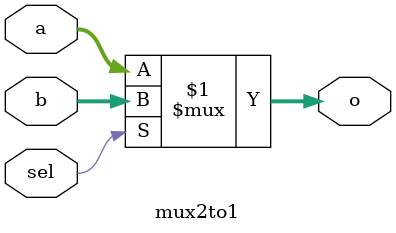
<source format=sv>
`timescale 1ns / 1ps


module mux2to1 #(parameter integer DATA_WIDTH = 8)(
    input sel,
    input [DATA_WIDTH - 1:0] a,
    input [DATA_WIDTH - 1:0] b,
    output [DATA_WIDTH - 1:0] o
    );
    
    assign o = sel ? b : a;
    
endmodule

</source>
